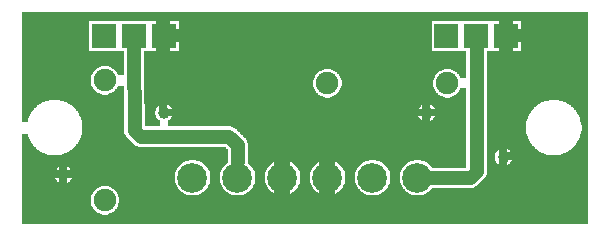
<source format=gbl>
G04 MADE WITH FRITZING*
G04 WWW.FRITZING.ORG*
G04 DOUBLE SIDED*
G04 HOLES PLATED*
G04 CONTOUR ON CENTER OF CONTOUR VECTOR*
%ASAXBY*%
%FSLAX23Y23*%
%MOIN*%
%OFA0B0*%
%SFA1.0B1.0*%
%ADD10C,0.075000*%
%ADD11C,0.039370*%
%ADD12C,0.078740*%
%ADD13C,0.099055*%
%ADD14R,0.078740X0.078740*%
%ADD15C,0.048000*%
%ADD16R,0.001000X0.001000*%
%LNCOPPER0*%
G90*
G70*
G54D10*
X1774Y671D03*
X1459Y511D03*
X1059Y511D03*
X317Y521D03*
X317Y121D03*
G54D11*
X179Y206D03*
X1646Y265D03*
X514Y413D03*
X1390Y413D03*
G54D12*
X1455Y669D03*
X1555Y669D03*
X1655Y669D03*
X314Y669D03*
X414Y669D03*
X514Y669D03*
G54D13*
X1359Y196D03*
X1209Y196D03*
X1059Y196D03*
X909Y196D03*
X759Y196D03*
X609Y196D03*
G54D14*
X1655Y669D03*
X1555Y669D03*
X1455Y669D03*
X514Y669D03*
X414Y669D03*
X314Y669D03*
G54D15*
X760Y304D02*
X760Y248D01*
D02*
X731Y333D02*
X760Y304D01*
D02*
X436Y333D02*
X731Y333D01*
D02*
X416Y353D02*
X436Y333D01*
D02*
X414Y627D02*
X416Y353D01*
D02*
X1537Y196D02*
X1557Y216D01*
D02*
X1557Y216D02*
X1556Y627D01*
D02*
X1411Y196D02*
X1537Y196D01*
G36*
X40Y747D02*
X40Y717D01*
X1704Y717D01*
X1704Y619D01*
X1590Y619D01*
X1590Y455D01*
X1830Y455D01*
X1830Y453D01*
X1838Y453D01*
X1838Y451D01*
X1844Y451D01*
X1844Y449D01*
X1850Y449D01*
X1850Y447D01*
X1854Y447D01*
X1854Y445D01*
X1858Y445D01*
X1858Y443D01*
X1860Y443D01*
X1860Y441D01*
X1864Y441D01*
X1864Y439D01*
X1868Y439D01*
X1868Y437D01*
X1870Y437D01*
X1870Y435D01*
X1872Y435D01*
X1872Y433D01*
X1874Y433D01*
X1874Y431D01*
X1876Y431D01*
X1876Y429D01*
X1878Y429D01*
X1878Y427D01*
X1880Y427D01*
X1880Y425D01*
X1882Y425D01*
X1882Y423D01*
X1884Y423D01*
X1884Y421D01*
X1886Y421D01*
X1886Y419D01*
X1888Y419D01*
X1888Y415D01*
X1890Y415D01*
X1890Y413D01*
X1892Y413D01*
X1892Y409D01*
X1894Y409D01*
X1894Y405D01*
X1896Y405D01*
X1896Y401D01*
X1898Y401D01*
X1898Y397D01*
X1900Y397D01*
X1900Y391D01*
X1902Y391D01*
X1902Y383D01*
X1904Y383D01*
X1904Y373D01*
X1906Y373D01*
X1906Y353D01*
X1904Y353D01*
X1904Y343D01*
X1902Y343D01*
X1902Y335D01*
X1900Y335D01*
X1900Y329D01*
X1898Y329D01*
X1898Y325D01*
X1896Y325D01*
X1896Y321D01*
X1894Y321D01*
X1894Y317D01*
X1892Y317D01*
X1892Y313D01*
X1890Y313D01*
X1890Y311D01*
X1888Y311D01*
X1888Y307D01*
X1886Y307D01*
X1886Y305D01*
X1884Y305D01*
X1884Y303D01*
X1882Y303D01*
X1882Y301D01*
X1880Y301D01*
X1880Y299D01*
X1878Y299D01*
X1878Y297D01*
X1876Y297D01*
X1876Y295D01*
X1874Y295D01*
X1874Y293D01*
X1872Y293D01*
X1872Y291D01*
X1870Y291D01*
X1870Y289D01*
X1868Y289D01*
X1868Y287D01*
X1864Y287D01*
X1864Y285D01*
X1860Y285D01*
X1860Y283D01*
X1858Y283D01*
X1858Y281D01*
X1854Y281D01*
X1854Y279D01*
X1850Y279D01*
X1850Y277D01*
X1844Y277D01*
X1844Y275D01*
X1838Y275D01*
X1838Y273D01*
X1830Y273D01*
X1830Y271D01*
X1928Y271D01*
X1928Y747D01*
X40Y747D01*
G37*
D02*
G36*
X40Y717D02*
X40Y567D01*
X330Y567D01*
X330Y565D01*
X336Y565D01*
X336Y563D01*
X340Y563D01*
X340Y561D01*
X342Y561D01*
X342Y559D01*
X346Y559D01*
X346Y557D01*
X348Y557D01*
X348Y555D01*
X350Y555D01*
X350Y553D01*
X352Y553D01*
X352Y551D01*
X354Y551D01*
X354Y549D01*
X356Y549D01*
X356Y545D01*
X358Y545D01*
X358Y541D01*
X360Y541D01*
X360Y537D01*
X380Y537D01*
X380Y619D01*
X264Y619D01*
X264Y717D01*
X40Y717D01*
G37*
D02*
G36*
X564Y717D02*
X564Y619D01*
X448Y619D01*
X448Y559D01*
X1462Y559D01*
X1462Y557D01*
X1472Y557D01*
X1472Y555D01*
X1478Y555D01*
X1478Y553D01*
X1482Y553D01*
X1482Y551D01*
X1484Y551D01*
X1484Y549D01*
X1488Y549D01*
X1488Y547D01*
X1490Y547D01*
X1490Y545D01*
X1492Y545D01*
X1492Y543D01*
X1494Y543D01*
X1494Y541D01*
X1496Y541D01*
X1496Y539D01*
X1498Y539D01*
X1498Y535D01*
X1500Y535D01*
X1500Y531D01*
X1502Y531D01*
X1502Y527D01*
X1522Y527D01*
X1522Y619D01*
X1406Y619D01*
X1406Y717D01*
X564Y717D01*
G37*
D02*
G36*
X40Y567D02*
X40Y473D01*
X308Y473D01*
X308Y475D01*
X300Y475D01*
X300Y477D01*
X296Y477D01*
X296Y479D01*
X292Y479D01*
X292Y481D01*
X290Y481D01*
X290Y483D01*
X286Y483D01*
X286Y485D01*
X284Y485D01*
X284Y487D01*
X282Y487D01*
X282Y489D01*
X280Y489D01*
X280Y493D01*
X278Y493D01*
X278Y495D01*
X276Y495D01*
X276Y499D01*
X274Y499D01*
X274Y503D01*
X272Y503D01*
X272Y509D01*
X270Y509D01*
X270Y533D01*
X272Y533D01*
X272Y539D01*
X274Y539D01*
X274Y543D01*
X276Y543D01*
X276Y547D01*
X278Y547D01*
X278Y549D01*
X280Y549D01*
X280Y551D01*
X282Y551D01*
X282Y553D01*
X284Y553D01*
X284Y555D01*
X286Y555D01*
X286Y557D01*
X288Y557D01*
X288Y559D01*
X290Y559D01*
X290Y561D01*
X294Y561D01*
X294Y563D01*
X298Y563D01*
X298Y565D01*
X304Y565D01*
X304Y567D01*
X40Y567D01*
G37*
D02*
G36*
X448Y559D02*
X448Y463D01*
X1050Y463D01*
X1050Y465D01*
X1044Y465D01*
X1044Y467D01*
X1038Y467D01*
X1038Y469D01*
X1034Y469D01*
X1034Y471D01*
X1032Y471D01*
X1032Y473D01*
X1028Y473D01*
X1028Y475D01*
X1026Y475D01*
X1026Y477D01*
X1024Y477D01*
X1024Y479D01*
X1022Y479D01*
X1022Y481D01*
X1020Y481D01*
X1020Y485D01*
X1018Y485D01*
X1018Y489D01*
X1016Y489D01*
X1016Y491D01*
X1014Y491D01*
X1014Y499D01*
X1012Y499D01*
X1012Y523D01*
X1014Y523D01*
X1014Y529D01*
X1016Y529D01*
X1016Y533D01*
X1018Y533D01*
X1018Y537D01*
X1020Y537D01*
X1020Y539D01*
X1022Y539D01*
X1022Y541D01*
X1024Y541D01*
X1024Y545D01*
X1028Y545D01*
X1028Y547D01*
X1030Y547D01*
X1030Y549D01*
X1032Y549D01*
X1032Y551D01*
X1036Y551D01*
X1036Y553D01*
X1040Y553D01*
X1040Y555D01*
X1046Y555D01*
X1046Y557D01*
X1056Y557D01*
X1056Y559D01*
X448Y559D01*
G37*
D02*
G36*
X1062Y559D02*
X1062Y557D01*
X1072Y557D01*
X1072Y555D01*
X1078Y555D01*
X1078Y553D01*
X1082Y553D01*
X1082Y551D01*
X1084Y551D01*
X1084Y549D01*
X1088Y549D01*
X1088Y547D01*
X1090Y547D01*
X1090Y545D01*
X1092Y545D01*
X1092Y543D01*
X1094Y543D01*
X1094Y541D01*
X1096Y541D01*
X1096Y539D01*
X1098Y539D01*
X1098Y535D01*
X1100Y535D01*
X1100Y531D01*
X1102Y531D01*
X1102Y527D01*
X1104Y527D01*
X1104Y521D01*
X1106Y521D01*
X1106Y501D01*
X1104Y501D01*
X1104Y495D01*
X1102Y495D01*
X1102Y489D01*
X1100Y489D01*
X1100Y487D01*
X1098Y487D01*
X1098Y483D01*
X1096Y483D01*
X1096Y481D01*
X1094Y481D01*
X1094Y479D01*
X1092Y479D01*
X1092Y477D01*
X1090Y477D01*
X1090Y475D01*
X1088Y475D01*
X1088Y473D01*
X1086Y473D01*
X1086Y471D01*
X1082Y471D01*
X1082Y469D01*
X1080Y469D01*
X1080Y467D01*
X1074Y467D01*
X1074Y465D01*
X1066Y465D01*
X1066Y463D01*
X1450Y463D01*
X1450Y465D01*
X1444Y465D01*
X1444Y467D01*
X1438Y467D01*
X1438Y469D01*
X1434Y469D01*
X1434Y471D01*
X1432Y471D01*
X1432Y473D01*
X1428Y473D01*
X1428Y475D01*
X1426Y475D01*
X1426Y477D01*
X1424Y477D01*
X1424Y479D01*
X1422Y479D01*
X1422Y481D01*
X1420Y481D01*
X1420Y485D01*
X1418Y485D01*
X1418Y489D01*
X1416Y489D01*
X1416Y491D01*
X1414Y491D01*
X1414Y499D01*
X1412Y499D01*
X1412Y523D01*
X1414Y523D01*
X1414Y529D01*
X1416Y529D01*
X1416Y533D01*
X1418Y533D01*
X1418Y537D01*
X1420Y537D01*
X1420Y539D01*
X1422Y539D01*
X1422Y541D01*
X1424Y541D01*
X1424Y545D01*
X1428Y545D01*
X1428Y547D01*
X1430Y547D01*
X1430Y549D01*
X1432Y549D01*
X1432Y551D01*
X1436Y551D01*
X1436Y553D01*
X1440Y553D01*
X1440Y555D01*
X1446Y555D01*
X1446Y557D01*
X1456Y557D01*
X1456Y559D01*
X1062Y559D01*
G37*
D02*
G36*
X360Y503D02*
X360Y499D01*
X358Y499D01*
X358Y495D01*
X356Y495D01*
X356Y493D01*
X354Y493D01*
X354Y491D01*
X352Y491D01*
X352Y487D01*
X350Y487D01*
X350Y485D01*
X346Y485D01*
X346Y483D01*
X344Y483D01*
X344Y481D01*
X342Y481D01*
X342Y479D01*
X338Y479D01*
X338Y477D01*
X332Y477D01*
X332Y475D01*
X326Y475D01*
X326Y473D01*
X380Y473D01*
X380Y503D01*
X360Y503D01*
G37*
D02*
G36*
X1502Y495D02*
X1502Y489D01*
X1500Y489D01*
X1500Y487D01*
X1498Y487D01*
X1498Y483D01*
X1496Y483D01*
X1496Y481D01*
X1494Y481D01*
X1494Y479D01*
X1492Y479D01*
X1492Y477D01*
X1490Y477D01*
X1490Y475D01*
X1488Y475D01*
X1488Y473D01*
X1486Y473D01*
X1486Y471D01*
X1482Y471D01*
X1482Y469D01*
X1480Y469D01*
X1480Y467D01*
X1474Y467D01*
X1474Y465D01*
X1466Y465D01*
X1466Y463D01*
X1522Y463D01*
X1522Y495D01*
X1502Y495D01*
G37*
D02*
G36*
X40Y473D02*
X40Y471D01*
X380Y471D01*
X380Y473D01*
X40Y473D01*
G37*
D02*
G36*
X40Y473D02*
X40Y471D01*
X380Y471D01*
X380Y473D01*
X40Y473D01*
G37*
D02*
G36*
X40Y471D02*
X40Y455D01*
X166Y455D01*
X166Y453D01*
X174Y453D01*
X174Y451D01*
X180Y451D01*
X180Y449D01*
X186Y449D01*
X186Y447D01*
X190Y447D01*
X190Y445D01*
X194Y445D01*
X194Y443D01*
X198Y443D01*
X198Y441D01*
X200Y441D01*
X200Y439D01*
X204Y439D01*
X204Y437D01*
X206Y437D01*
X206Y435D01*
X210Y435D01*
X210Y433D01*
X212Y433D01*
X212Y431D01*
X214Y431D01*
X214Y429D01*
X216Y429D01*
X216Y427D01*
X218Y427D01*
X218Y425D01*
X220Y425D01*
X220Y421D01*
X222Y421D01*
X222Y419D01*
X224Y419D01*
X224Y417D01*
X226Y417D01*
X226Y413D01*
X228Y413D01*
X228Y411D01*
X230Y411D01*
X230Y407D01*
X232Y407D01*
X232Y403D01*
X234Y403D01*
X234Y399D01*
X236Y399D01*
X236Y393D01*
X238Y393D01*
X238Y387D01*
X240Y387D01*
X240Y377D01*
X242Y377D01*
X242Y349D01*
X240Y349D01*
X240Y339D01*
X238Y339D01*
X238Y333D01*
X236Y333D01*
X236Y327D01*
X234Y327D01*
X234Y323D01*
X232Y323D01*
X232Y319D01*
X230Y319D01*
X230Y315D01*
X228Y315D01*
X228Y313D01*
X226Y313D01*
X226Y309D01*
X224Y309D01*
X224Y307D01*
X222Y307D01*
X222Y305D01*
X220Y305D01*
X220Y301D01*
X218Y301D01*
X218Y299D01*
X216Y299D01*
X216Y297D01*
X214Y297D01*
X214Y295D01*
X212Y295D01*
X212Y293D01*
X208Y293D01*
X208Y291D01*
X206Y291D01*
X206Y289D01*
X204Y289D01*
X204Y287D01*
X200Y287D01*
X200Y285D01*
X198Y285D01*
X198Y283D01*
X194Y283D01*
X194Y281D01*
X190Y281D01*
X190Y279D01*
X186Y279D01*
X186Y277D01*
X180Y277D01*
X180Y275D01*
X174Y275D01*
X174Y273D01*
X166Y273D01*
X166Y271D01*
X726Y271D01*
X726Y291D01*
X724Y291D01*
X724Y293D01*
X722Y293D01*
X722Y295D01*
X720Y295D01*
X720Y297D01*
X718Y297D01*
X718Y299D01*
X428Y299D01*
X428Y301D01*
X422Y301D01*
X422Y303D01*
X418Y303D01*
X418Y305D01*
X414Y305D01*
X414Y307D01*
X412Y307D01*
X412Y309D01*
X410Y309D01*
X410Y311D01*
X408Y311D01*
X408Y313D01*
X406Y313D01*
X406Y315D01*
X404Y315D01*
X404Y317D01*
X402Y317D01*
X402Y319D01*
X400Y319D01*
X400Y321D01*
X398Y321D01*
X398Y323D01*
X396Y323D01*
X396Y325D01*
X394Y325D01*
X394Y327D01*
X392Y327D01*
X392Y329D01*
X390Y329D01*
X390Y331D01*
X388Y331D01*
X388Y335D01*
X386Y335D01*
X386Y339D01*
X384Y339D01*
X384Y343D01*
X382Y343D01*
X382Y439D01*
X380Y439D01*
X380Y471D01*
X40Y471D01*
G37*
D02*
G36*
X448Y463D02*
X448Y461D01*
X1522Y461D01*
X1522Y463D01*
X448Y463D01*
G37*
D02*
G36*
X448Y463D02*
X448Y461D01*
X1522Y461D01*
X1522Y463D01*
X448Y463D01*
G37*
D02*
G36*
X448Y463D02*
X448Y461D01*
X1522Y461D01*
X1522Y463D01*
X448Y463D01*
G37*
D02*
G36*
X448Y461D02*
X448Y441D01*
X1400Y441D01*
X1400Y439D01*
X1404Y439D01*
X1404Y437D01*
X1408Y437D01*
X1408Y435D01*
X1410Y435D01*
X1410Y433D01*
X1412Y433D01*
X1412Y431D01*
X1414Y431D01*
X1414Y427D01*
X1416Y427D01*
X1416Y423D01*
X1418Y423D01*
X1418Y415D01*
X1420Y415D01*
X1420Y409D01*
X1418Y409D01*
X1418Y401D01*
X1416Y401D01*
X1416Y397D01*
X1414Y397D01*
X1414Y395D01*
X1412Y395D01*
X1412Y391D01*
X1410Y391D01*
X1410Y389D01*
X1406Y389D01*
X1406Y387D01*
X1404Y387D01*
X1404Y385D01*
X1398Y385D01*
X1398Y383D01*
X1522Y383D01*
X1522Y461D01*
X448Y461D01*
G37*
D02*
G36*
X40Y455D02*
X40Y383D01*
X60Y383D01*
X60Y389D01*
X62Y389D01*
X62Y395D01*
X64Y395D01*
X64Y401D01*
X66Y401D01*
X66Y405D01*
X68Y405D01*
X68Y409D01*
X70Y409D01*
X70Y411D01*
X72Y411D01*
X72Y415D01*
X74Y415D01*
X74Y417D01*
X76Y417D01*
X76Y421D01*
X78Y421D01*
X78Y423D01*
X80Y423D01*
X80Y425D01*
X82Y425D01*
X82Y427D01*
X84Y427D01*
X84Y429D01*
X86Y429D01*
X86Y431D01*
X88Y431D01*
X88Y433D01*
X90Y433D01*
X90Y435D01*
X92Y435D01*
X92Y437D01*
X96Y437D01*
X96Y439D01*
X98Y439D01*
X98Y441D01*
X102Y441D01*
X102Y443D01*
X104Y443D01*
X104Y445D01*
X108Y445D01*
X108Y447D01*
X114Y447D01*
X114Y449D01*
X118Y449D01*
X118Y451D01*
X124Y451D01*
X124Y453D01*
X132Y453D01*
X132Y455D01*
X40Y455D01*
G37*
D02*
G36*
X1590Y455D02*
X1590Y295D01*
X1648Y295D01*
X1648Y293D01*
X1656Y293D01*
X1656Y291D01*
X1660Y291D01*
X1660Y289D01*
X1664Y289D01*
X1664Y287D01*
X1666Y287D01*
X1666Y285D01*
X1668Y285D01*
X1668Y283D01*
X1670Y283D01*
X1670Y279D01*
X1672Y279D01*
X1672Y275D01*
X1674Y275D01*
X1674Y271D01*
X1796Y271D01*
X1796Y273D01*
X1788Y273D01*
X1788Y275D01*
X1782Y275D01*
X1782Y277D01*
X1776Y277D01*
X1776Y279D01*
X1772Y279D01*
X1772Y281D01*
X1768Y281D01*
X1768Y283D01*
X1764Y283D01*
X1764Y285D01*
X1762Y285D01*
X1762Y287D01*
X1758Y287D01*
X1758Y289D01*
X1756Y289D01*
X1756Y291D01*
X1754Y291D01*
X1754Y293D01*
X1752Y293D01*
X1752Y295D01*
X1750Y295D01*
X1750Y297D01*
X1746Y297D01*
X1746Y301D01*
X1744Y301D01*
X1744Y303D01*
X1742Y303D01*
X1742Y305D01*
X1740Y305D01*
X1740Y307D01*
X1738Y307D01*
X1738Y311D01*
X1736Y311D01*
X1736Y313D01*
X1734Y313D01*
X1734Y317D01*
X1732Y317D01*
X1732Y321D01*
X1730Y321D01*
X1730Y325D01*
X1728Y325D01*
X1728Y329D01*
X1726Y329D01*
X1726Y335D01*
X1724Y335D01*
X1724Y341D01*
X1722Y341D01*
X1722Y351D01*
X1720Y351D01*
X1720Y375D01*
X1722Y375D01*
X1722Y385D01*
X1724Y385D01*
X1724Y391D01*
X1726Y391D01*
X1726Y397D01*
X1728Y397D01*
X1728Y401D01*
X1730Y401D01*
X1730Y405D01*
X1732Y405D01*
X1732Y409D01*
X1734Y409D01*
X1734Y413D01*
X1736Y413D01*
X1736Y415D01*
X1738Y415D01*
X1738Y419D01*
X1740Y419D01*
X1740Y421D01*
X1742Y421D01*
X1742Y423D01*
X1744Y423D01*
X1744Y425D01*
X1746Y425D01*
X1746Y429D01*
X1748Y429D01*
X1748Y431D01*
X1752Y431D01*
X1752Y433D01*
X1754Y433D01*
X1754Y435D01*
X1756Y435D01*
X1756Y437D01*
X1758Y437D01*
X1758Y439D01*
X1762Y439D01*
X1762Y441D01*
X1764Y441D01*
X1764Y443D01*
X1768Y443D01*
X1768Y445D01*
X1772Y445D01*
X1772Y447D01*
X1776Y447D01*
X1776Y449D01*
X1782Y449D01*
X1782Y451D01*
X1788Y451D01*
X1788Y453D01*
X1796Y453D01*
X1796Y455D01*
X1590Y455D01*
G37*
D02*
G36*
X450Y441D02*
X450Y367D01*
X500Y367D01*
X500Y387D01*
X496Y387D01*
X496Y389D01*
X494Y389D01*
X494Y391D01*
X492Y391D01*
X492Y393D01*
X490Y393D01*
X490Y395D01*
X488Y395D01*
X488Y399D01*
X486Y399D01*
X486Y405D01*
X484Y405D01*
X484Y419D01*
X486Y419D01*
X486Y425D01*
X488Y425D01*
X488Y429D01*
X490Y429D01*
X490Y431D01*
X492Y431D01*
X492Y433D01*
X494Y433D01*
X494Y435D01*
X496Y435D01*
X496Y437D01*
X500Y437D01*
X500Y439D01*
X504Y439D01*
X504Y441D01*
X450Y441D01*
G37*
D02*
G36*
X524Y441D02*
X524Y439D01*
X528Y439D01*
X528Y437D01*
X532Y437D01*
X532Y435D01*
X534Y435D01*
X534Y433D01*
X536Y433D01*
X536Y431D01*
X538Y431D01*
X538Y427D01*
X540Y427D01*
X540Y423D01*
X542Y423D01*
X542Y415D01*
X544Y415D01*
X544Y409D01*
X542Y409D01*
X542Y401D01*
X540Y401D01*
X540Y397D01*
X538Y397D01*
X538Y395D01*
X536Y395D01*
X536Y391D01*
X534Y391D01*
X534Y389D01*
X530Y389D01*
X530Y387D01*
X528Y387D01*
X528Y383D01*
X1382Y383D01*
X1382Y385D01*
X1376Y385D01*
X1376Y387D01*
X1372Y387D01*
X1372Y389D01*
X1370Y389D01*
X1370Y391D01*
X1368Y391D01*
X1368Y393D01*
X1366Y393D01*
X1366Y395D01*
X1364Y395D01*
X1364Y399D01*
X1362Y399D01*
X1362Y405D01*
X1360Y405D01*
X1360Y419D01*
X1362Y419D01*
X1362Y425D01*
X1364Y425D01*
X1364Y429D01*
X1366Y429D01*
X1366Y431D01*
X1368Y431D01*
X1368Y433D01*
X1370Y433D01*
X1370Y435D01*
X1372Y435D01*
X1372Y437D01*
X1376Y437D01*
X1376Y439D01*
X1380Y439D01*
X1380Y441D01*
X524Y441D01*
G37*
D02*
G36*
X528Y383D02*
X528Y381D01*
X1522Y381D01*
X1522Y383D01*
X528Y383D01*
G37*
D02*
G36*
X528Y383D02*
X528Y381D01*
X1522Y381D01*
X1522Y383D01*
X528Y383D01*
G37*
D02*
G36*
X528Y381D02*
X528Y367D01*
X738Y367D01*
X738Y365D01*
X744Y365D01*
X744Y363D01*
X748Y363D01*
X748Y361D01*
X752Y361D01*
X752Y359D01*
X754Y359D01*
X754Y357D01*
X756Y357D01*
X756Y355D01*
X758Y355D01*
X758Y353D01*
X760Y353D01*
X760Y351D01*
X762Y351D01*
X762Y349D01*
X764Y349D01*
X764Y347D01*
X766Y347D01*
X766Y345D01*
X768Y345D01*
X768Y343D01*
X770Y343D01*
X770Y341D01*
X772Y341D01*
X772Y339D01*
X774Y339D01*
X774Y337D01*
X776Y337D01*
X776Y335D01*
X778Y335D01*
X778Y333D01*
X780Y333D01*
X780Y331D01*
X782Y331D01*
X782Y329D01*
X784Y329D01*
X784Y327D01*
X786Y327D01*
X786Y325D01*
X788Y325D01*
X788Y321D01*
X790Y321D01*
X790Y317D01*
X792Y317D01*
X792Y311D01*
X794Y311D01*
X794Y255D01*
X1370Y255D01*
X1370Y253D01*
X1378Y253D01*
X1378Y251D01*
X1384Y251D01*
X1384Y249D01*
X1388Y249D01*
X1388Y247D01*
X1390Y247D01*
X1390Y245D01*
X1394Y245D01*
X1394Y243D01*
X1396Y243D01*
X1396Y241D01*
X1398Y241D01*
X1398Y239D01*
X1402Y239D01*
X1402Y235D01*
X1404Y235D01*
X1404Y233D01*
X1406Y233D01*
X1406Y231D01*
X1408Y231D01*
X1408Y229D01*
X1522Y229D01*
X1522Y381D01*
X528Y381D01*
G37*
D02*
G36*
X40Y343D02*
X40Y271D01*
X132Y271D01*
X132Y273D01*
X124Y273D01*
X124Y275D01*
X118Y275D01*
X118Y277D01*
X114Y277D01*
X114Y279D01*
X108Y279D01*
X108Y281D01*
X104Y281D01*
X104Y283D01*
X102Y283D01*
X102Y285D01*
X98Y285D01*
X98Y287D01*
X96Y287D01*
X96Y289D01*
X92Y289D01*
X92Y291D01*
X90Y291D01*
X90Y293D01*
X88Y293D01*
X88Y295D01*
X86Y295D01*
X86Y297D01*
X84Y297D01*
X84Y299D01*
X82Y299D01*
X82Y301D01*
X80Y301D01*
X80Y303D01*
X78Y303D01*
X78Y305D01*
X76Y305D01*
X76Y309D01*
X74Y309D01*
X74Y311D01*
X72Y311D01*
X72Y315D01*
X70Y315D01*
X70Y317D01*
X68Y317D01*
X68Y321D01*
X66Y321D01*
X66Y325D01*
X64Y325D01*
X64Y331D01*
X62Y331D01*
X62Y337D01*
X60Y337D01*
X60Y343D01*
X40Y343D01*
G37*
D02*
G36*
X1590Y295D02*
X1590Y235D01*
X1638Y235D01*
X1638Y237D01*
X1632Y237D01*
X1632Y239D01*
X1630Y239D01*
X1630Y241D01*
X1626Y241D01*
X1626Y243D01*
X1624Y243D01*
X1624Y245D01*
X1622Y245D01*
X1622Y249D01*
X1620Y249D01*
X1620Y251D01*
X1618Y251D01*
X1618Y257D01*
X1616Y257D01*
X1616Y273D01*
X1618Y273D01*
X1618Y277D01*
X1620Y277D01*
X1620Y281D01*
X1622Y281D01*
X1622Y283D01*
X1624Y283D01*
X1624Y285D01*
X1626Y285D01*
X1626Y287D01*
X1628Y287D01*
X1628Y289D01*
X1630Y289D01*
X1630Y291D01*
X1634Y291D01*
X1634Y293D01*
X1644Y293D01*
X1644Y295D01*
X1590Y295D01*
G37*
D02*
G36*
X40Y271D02*
X40Y269D01*
X726Y269D01*
X726Y271D01*
X40Y271D01*
G37*
D02*
G36*
X40Y271D02*
X40Y269D01*
X726Y269D01*
X726Y271D01*
X40Y271D01*
G37*
D02*
G36*
X1674Y271D02*
X1674Y269D01*
X1928Y269D01*
X1928Y271D01*
X1674Y271D01*
G37*
D02*
G36*
X1674Y271D02*
X1674Y269D01*
X1928Y269D01*
X1928Y271D01*
X1674Y271D01*
G37*
D02*
G36*
X40Y269D02*
X40Y255D01*
X620Y255D01*
X620Y253D01*
X628Y253D01*
X628Y251D01*
X634Y251D01*
X634Y249D01*
X638Y249D01*
X638Y247D01*
X640Y247D01*
X640Y245D01*
X644Y245D01*
X644Y243D01*
X646Y243D01*
X646Y241D01*
X648Y241D01*
X648Y239D01*
X652Y239D01*
X652Y235D01*
X654Y235D01*
X654Y233D01*
X656Y233D01*
X656Y231D01*
X658Y231D01*
X658Y229D01*
X660Y229D01*
X660Y225D01*
X662Y225D01*
X662Y221D01*
X664Y221D01*
X664Y217D01*
X666Y217D01*
X666Y209D01*
X668Y209D01*
X668Y181D01*
X666Y181D01*
X666Y175D01*
X664Y175D01*
X664Y171D01*
X662Y171D01*
X662Y167D01*
X660Y167D01*
X660Y163D01*
X658Y163D01*
X658Y161D01*
X656Y161D01*
X656Y157D01*
X654Y157D01*
X654Y155D01*
X652Y155D01*
X652Y153D01*
X650Y153D01*
X650Y151D01*
X648Y151D01*
X648Y149D01*
X644Y149D01*
X644Y147D01*
X642Y147D01*
X642Y145D01*
X638Y145D01*
X638Y143D01*
X634Y143D01*
X634Y141D01*
X630Y141D01*
X630Y139D01*
X624Y139D01*
X624Y137D01*
X746Y137D01*
X746Y139D01*
X738Y139D01*
X738Y141D01*
X734Y141D01*
X734Y143D01*
X730Y143D01*
X730Y145D01*
X726Y145D01*
X726Y147D01*
X724Y147D01*
X724Y149D01*
X722Y149D01*
X722Y151D01*
X718Y151D01*
X718Y153D01*
X716Y153D01*
X716Y155D01*
X714Y155D01*
X714Y159D01*
X712Y159D01*
X712Y161D01*
X710Y161D01*
X710Y165D01*
X708Y165D01*
X708Y167D01*
X706Y167D01*
X706Y171D01*
X704Y171D01*
X704Y177D01*
X702Y177D01*
X702Y183D01*
X700Y183D01*
X700Y207D01*
X702Y207D01*
X702Y215D01*
X704Y215D01*
X704Y221D01*
X706Y221D01*
X706Y225D01*
X708Y225D01*
X708Y227D01*
X710Y227D01*
X710Y231D01*
X712Y231D01*
X712Y233D01*
X714Y233D01*
X714Y235D01*
X716Y235D01*
X716Y237D01*
X718Y237D01*
X718Y239D01*
X720Y239D01*
X720Y241D01*
X722Y241D01*
X722Y243D01*
X724Y243D01*
X724Y245D01*
X726Y245D01*
X726Y269D01*
X40Y269D01*
G37*
D02*
G36*
X1674Y269D02*
X1674Y267D01*
X1676Y267D01*
X1676Y263D01*
X1674Y263D01*
X1674Y253D01*
X1672Y253D01*
X1672Y249D01*
X1670Y249D01*
X1670Y247D01*
X1668Y247D01*
X1668Y245D01*
X1666Y245D01*
X1666Y243D01*
X1664Y243D01*
X1664Y241D01*
X1662Y241D01*
X1662Y239D01*
X1658Y239D01*
X1658Y237D01*
X1652Y237D01*
X1652Y235D01*
X1928Y235D01*
X1928Y269D01*
X1674Y269D01*
G37*
D02*
G36*
X40Y255D02*
X40Y235D01*
X186Y235D01*
X186Y233D01*
X192Y233D01*
X192Y231D01*
X196Y231D01*
X196Y229D01*
X198Y229D01*
X198Y227D01*
X200Y227D01*
X200Y225D01*
X202Y225D01*
X202Y223D01*
X204Y223D01*
X204Y219D01*
X206Y219D01*
X206Y215D01*
X208Y215D01*
X208Y197D01*
X206Y197D01*
X206Y191D01*
X204Y191D01*
X204Y189D01*
X202Y189D01*
X202Y185D01*
X200Y185D01*
X200Y183D01*
X196Y183D01*
X196Y181D01*
X194Y181D01*
X194Y179D01*
X190Y179D01*
X190Y177D01*
X180Y177D01*
X180Y175D01*
X554Y175D01*
X554Y177D01*
X552Y177D01*
X552Y183D01*
X550Y183D01*
X550Y207D01*
X552Y207D01*
X552Y215D01*
X554Y215D01*
X554Y221D01*
X556Y221D01*
X556Y225D01*
X558Y225D01*
X558Y227D01*
X560Y227D01*
X560Y231D01*
X562Y231D01*
X562Y233D01*
X564Y233D01*
X564Y235D01*
X566Y235D01*
X566Y237D01*
X568Y237D01*
X568Y239D01*
X570Y239D01*
X570Y241D01*
X572Y241D01*
X572Y243D01*
X574Y243D01*
X574Y245D01*
X578Y245D01*
X578Y247D01*
X580Y247D01*
X580Y249D01*
X584Y249D01*
X584Y251D01*
X590Y251D01*
X590Y253D01*
X598Y253D01*
X598Y255D01*
X40Y255D01*
G37*
D02*
G36*
X794Y255D02*
X794Y243D01*
X796Y243D01*
X796Y241D01*
X798Y241D01*
X798Y239D01*
X802Y239D01*
X802Y235D01*
X804Y235D01*
X804Y233D01*
X806Y233D01*
X806Y231D01*
X808Y231D01*
X808Y229D01*
X810Y229D01*
X810Y225D01*
X812Y225D01*
X812Y221D01*
X814Y221D01*
X814Y217D01*
X816Y217D01*
X816Y209D01*
X818Y209D01*
X818Y181D01*
X816Y181D01*
X816Y175D01*
X814Y175D01*
X814Y171D01*
X812Y171D01*
X812Y167D01*
X810Y167D01*
X810Y163D01*
X808Y163D01*
X808Y161D01*
X806Y161D01*
X806Y157D01*
X804Y157D01*
X804Y155D01*
X802Y155D01*
X802Y153D01*
X800Y153D01*
X800Y151D01*
X798Y151D01*
X798Y149D01*
X794Y149D01*
X794Y147D01*
X792Y147D01*
X792Y145D01*
X788Y145D01*
X788Y143D01*
X784Y143D01*
X784Y141D01*
X780Y141D01*
X780Y139D01*
X774Y139D01*
X774Y137D01*
X896Y137D01*
X896Y139D01*
X888Y139D01*
X888Y141D01*
X884Y141D01*
X884Y143D01*
X880Y143D01*
X880Y145D01*
X876Y145D01*
X876Y147D01*
X874Y147D01*
X874Y149D01*
X872Y149D01*
X872Y151D01*
X868Y151D01*
X868Y153D01*
X866Y153D01*
X866Y155D01*
X864Y155D01*
X864Y159D01*
X862Y159D01*
X862Y161D01*
X860Y161D01*
X860Y165D01*
X858Y165D01*
X858Y167D01*
X856Y167D01*
X856Y171D01*
X854Y171D01*
X854Y177D01*
X852Y177D01*
X852Y183D01*
X850Y183D01*
X850Y207D01*
X852Y207D01*
X852Y215D01*
X854Y215D01*
X854Y221D01*
X856Y221D01*
X856Y225D01*
X858Y225D01*
X858Y227D01*
X860Y227D01*
X860Y231D01*
X862Y231D01*
X862Y233D01*
X864Y233D01*
X864Y235D01*
X866Y235D01*
X866Y237D01*
X868Y237D01*
X868Y239D01*
X870Y239D01*
X870Y241D01*
X872Y241D01*
X872Y243D01*
X874Y243D01*
X874Y245D01*
X878Y245D01*
X878Y247D01*
X880Y247D01*
X880Y249D01*
X884Y249D01*
X884Y251D01*
X890Y251D01*
X890Y253D01*
X898Y253D01*
X898Y255D01*
X794Y255D01*
G37*
D02*
G36*
X920Y255D02*
X920Y253D01*
X928Y253D01*
X928Y251D01*
X934Y251D01*
X934Y249D01*
X938Y249D01*
X938Y247D01*
X940Y247D01*
X940Y245D01*
X944Y245D01*
X944Y243D01*
X946Y243D01*
X946Y241D01*
X948Y241D01*
X948Y239D01*
X952Y239D01*
X952Y235D01*
X954Y235D01*
X954Y233D01*
X956Y233D01*
X956Y231D01*
X958Y231D01*
X958Y229D01*
X960Y229D01*
X960Y225D01*
X962Y225D01*
X962Y221D01*
X964Y221D01*
X964Y217D01*
X966Y217D01*
X966Y209D01*
X968Y209D01*
X968Y181D01*
X966Y181D01*
X966Y175D01*
X964Y175D01*
X964Y171D01*
X962Y171D01*
X962Y167D01*
X960Y167D01*
X960Y163D01*
X958Y163D01*
X958Y161D01*
X956Y161D01*
X956Y157D01*
X954Y157D01*
X954Y155D01*
X952Y155D01*
X952Y153D01*
X950Y153D01*
X950Y151D01*
X948Y151D01*
X948Y149D01*
X944Y149D01*
X944Y147D01*
X942Y147D01*
X942Y145D01*
X938Y145D01*
X938Y143D01*
X934Y143D01*
X934Y141D01*
X930Y141D01*
X930Y139D01*
X924Y139D01*
X924Y137D01*
X1046Y137D01*
X1046Y139D01*
X1038Y139D01*
X1038Y141D01*
X1034Y141D01*
X1034Y143D01*
X1030Y143D01*
X1030Y145D01*
X1026Y145D01*
X1026Y147D01*
X1024Y147D01*
X1024Y149D01*
X1022Y149D01*
X1022Y151D01*
X1018Y151D01*
X1018Y153D01*
X1016Y153D01*
X1016Y155D01*
X1014Y155D01*
X1014Y159D01*
X1012Y159D01*
X1012Y161D01*
X1010Y161D01*
X1010Y165D01*
X1008Y165D01*
X1008Y167D01*
X1006Y167D01*
X1006Y171D01*
X1004Y171D01*
X1004Y177D01*
X1002Y177D01*
X1002Y183D01*
X1000Y183D01*
X1000Y207D01*
X1002Y207D01*
X1002Y215D01*
X1004Y215D01*
X1004Y221D01*
X1006Y221D01*
X1006Y225D01*
X1008Y225D01*
X1008Y227D01*
X1010Y227D01*
X1010Y231D01*
X1012Y231D01*
X1012Y233D01*
X1014Y233D01*
X1014Y235D01*
X1016Y235D01*
X1016Y237D01*
X1018Y237D01*
X1018Y239D01*
X1020Y239D01*
X1020Y241D01*
X1022Y241D01*
X1022Y243D01*
X1024Y243D01*
X1024Y245D01*
X1028Y245D01*
X1028Y247D01*
X1030Y247D01*
X1030Y249D01*
X1034Y249D01*
X1034Y251D01*
X1040Y251D01*
X1040Y253D01*
X1048Y253D01*
X1048Y255D01*
X920Y255D01*
G37*
D02*
G36*
X1070Y255D02*
X1070Y253D01*
X1078Y253D01*
X1078Y251D01*
X1084Y251D01*
X1084Y249D01*
X1088Y249D01*
X1088Y247D01*
X1090Y247D01*
X1090Y245D01*
X1094Y245D01*
X1094Y243D01*
X1096Y243D01*
X1096Y241D01*
X1098Y241D01*
X1098Y239D01*
X1102Y239D01*
X1102Y235D01*
X1104Y235D01*
X1104Y233D01*
X1106Y233D01*
X1106Y231D01*
X1108Y231D01*
X1108Y229D01*
X1110Y229D01*
X1110Y225D01*
X1112Y225D01*
X1112Y221D01*
X1114Y221D01*
X1114Y217D01*
X1116Y217D01*
X1116Y209D01*
X1118Y209D01*
X1118Y181D01*
X1116Y181D01*
X1116Y175D01*
X1114Y175D01*
X1114Y171D01*
X1112Y171D01*
X1112Y167D01*
X1110Y167D01*
X1110Y163D01*
X1108Y163D01*
X1108Y161D01*
X1106Y161D01*
X1106Y157D01*
X1104Y157D01*
X1104Y155D01*
X1102Y155D01*
X1102Y153D01*
X1100Y153D01*
X1100Y151D01*
X1098Y151D01*
X1098Y149D01*
X1094Y149D01*
X1094Y147D01*
X1092Y147D01*
X1092Y145D01*
X1088Y145D01*
X1088Y143D01*
X1084Y143D01*
X1084Y141D01*
X1080Y141D01*
X1080Y139D01*
X1074Y139D01*
X1074Y137D01*
X1196Y137D01*
X1196Y139D01*
X1188Y139D01*
X1188Y141D01*
X1184Y141D01*
X1184Y143D01*
X1180Y143D01*
X1180Y145D01*
X1176Y145D01*
X1176Y147D01*
X1174Y147D01*
X1174Y149D01*
X1172Y149D01*
X1172Y151D01*
X1168Y151D01*
X1168Y153D01*
X1166Y153D01*
X1166Y157D01*
X1164Y157D01*
X1164Y159D01*
X1162Y159D01*
X1162Y161D01*
X1160Y161D01*
X1160Y165D01*
X1158Y165D01*
X1158Y167D01*
X1156Y167D01*
X1156Y171D01*
X1154Y171D01*
X1154Y177D01*
X1152Y177D01*
X1152Y183D01*
X1150Y183D01*
X1150Y207D01*
X1152Y207D01*
X1152Y215D01*
X1154Y215D01*
X1154Y221D01*
X1156Y221D01*
X1156Y225D01*
X1158Y225D01*
X1158Y227D01*
X1160Y227D01*
X1160Y231D01*
X1162Y231D01*
X1162Y233D01*
X1164Y233D01*
X1164Y235D01*
X1166Y235D01*
X1166Y237D01*
X1168Y237D01*
X1168Y239D01*
X1170Y239D01*
X1170Y241D01*
X1172Y241D01*
X1172Y243D01*
X1174Y243D01*
X1174Y245D01*
X1178Y245D01*
X1178Y247D01*
X1180Y247D01*
X1180Y249D01*
X1184Y249D01*
X1184Y251D01*
X1190Y251D01*
X1190Y253D01*
X1198Y253D01*
X1198Y255D01*
X1070Y255D01*
G37*
D02*
G36*
X1220Y255D02*
X1220Y253D01*
X1228Y253D01*
X1228Y251D01*
X1234Y251D01*
X1234Y249D01*
X1238Y249D01*
X1238Y247D01*
X1240Y247D01*
X1240Y245D01*
X1244Y245D01*
X1244Y243D01*
X1246Y243D01*
X1246Y241D01*
X1248Y241D01*
X1248Y239D01*
X1252Y239D01*
X1252Y235D01*
X1254Y235D01*
X1254Y233D01*
X1256Y233D01*
X1256Y231D01*
X1258Y231D01*
X1258Y229D01*
X1260Y229D01*
X1260Y225D01*
X1262Y225D01*
X1262Y221D01*
X1264Y221D01*
X1264Y217D01*
X1266Y217D01*
X1266Y209D01*
X1268Y209D01*
X1268Y181D01*
X1266Y181D01*
X1266Y175D01*
X1264Y175D01*
X1264Y171D01*
X1262Y171D01*
X1262Y167D01*
X1260Y167D01*
X1260Y163D01*
X1258Y163D01*
X1258Y161D01*
X1256Y161D01*
X1256Y157D01*
X1254Y157D01*
X1254Y155D01*
X1252Y155D01*
X1252Y153D01*
X1250Y153D01*
X1250Y151D01*
X1248Y151D01*
X1248Y149D01*
X1244Y149D01*
X1244Y147D01*
X1242Y147D01*
X1242Y145D01*
X1238Y145D01*
X1238Y143D01*
X1234Y143D01*
X1234Y141D01*
X1230Y141D01*
X1230Y139D01*
X1224Y139D01*
X1224Y137D01*
X1346Y137D01*
X1346Y139D01*
X1338Y139D01*
X1338Y141D01*
X1334Y141D01*
X1334Y143D01*
X1330Y143D01*
X1330Y145D01*
X1326Y145D01*
X1326Y147D01*
X1324Y147D01*
X1324Y149D01*
X1322Y149D01*
X1322Y151D01*
X1318Y151D01*
X1318Y153D01*
X1316Y153D01*
X1316Y157D01*
X1314Y157D01*
X1314Y159D01*
X1312Y159D01*
X1312Y161D01*
X1310Y161D01*
X1310Y165D01*
X1308Y165D01*
X1308Y167D01*
X1306Y167D01*
X1306Y171D01*
X1304Y171D01*
X1304Y177D01*
X1302Y177D01*
X1302Y183D01*
X1300Y183D01*
X1300Y207D01*
X1302Y207D01*
X1302Y215D01*
X1304Y215D01*
X1304Y221D01*
X1306Y221D01*
X1306Y225D01*
X1308Y225D01*
X1308Y227D01*
X1310Y227D01*
X1310Y231D01*
X1312Y231D01*
X1312Y233D01*
X1314Y233D01*
X1314Y235D01*
X1316Y235D01*
X1316Y237D01*
X1318Y237D01*
X1318Y239D01*
X1320Y239D01*
X1320Y241D01*
X1322Y241D01*
X1322Y243D01*
X1324Y243D01*
X1324Y245D01*
X1328Y245D01*
X1328Y247D01*
X1330Y247D01*
X1330Y249D01*
X1334Y249D01*
X1334Y251D01*
X1340Y251D01*
X1340Y253D01*
X1348Y253D01*
X1348Y255D01*
X1220Y255D01*
G37*
D02*
G36*
X40Y235D02*
X40Y175D01*
X178Y175D01*
X178Y177D01*
X168Y177D01*
X168Y179D01*
X164Y179D01*
X164Y181D01*
X162Y181D01*
X162Y183D01*
X158Y183D01*
X158Y185D01*
X156Y185D01*
X156Y189D01*
X154Y189D01*
X154Y191D01*
X152Y191D01*
X152Y197D01*
X150Y197D01*
X150Y215D01*
X152Y215D01*
X152Y219D01*
X154Y219D01*
X154Y223D01*
X156Y223D01*
X156Y225D01*
X158Y225D01*
X158Y227D01*
X160Y227D01*
X160Y229D01*
X162Y229D01*
X162Y231D01*
X166Y231D01*
X166Y233D01*
X172Y233D01*
X172Y235D01*
X40Y235D01*
G37*
D02*
G36*
X1590Y235D02*
X1590Y233D01*
X1928Y233D01*
X1928Y235D01*
X1590Y235D01*
G37*
D02*
G36*
X1590Y235D02*
X1590Y233D01*
X1928Y233D01*
X1928Y235D01*
X1590Y235D01*
G37*
D02*
G36*
X1590Y233D02*
X1590Y205D01*
X1588Y205D01*
X1588Y201D01*
X1586Y201D01*
X1586Y197D01*
X1584Y197D01*
X1584Y195D01*
X1582Y195D01*
X1582Y193D01*
X1580Y193D01*
X1580Y191D01*
X1578Y191D01*
X1578Y189D01*
X1576Y189D01*
X1576Y187D01*
X1574Y187D01*
X1574Y185D01*
X1572Y185D01*
X1572Y183D01*
X1570Y183D01*
X1570Y181D01*
X1568Y181D01*
X1568Y179D01*
X1566Y179D01*
X1566Y177D01*
X1564Y177D01*
X1564Y175D01*
X1562Y175D01*
X1562Y173D01*
X1560Y173D01*
X1560Y171D01*
X1558Y171D01*
X1558Y169D01*
X1556Y169D01*
X1556Y167D01*
X1552Y167D01*
X1552Y165D01*
X1548Y165D01*
X1548Y163D01*
X1536Y163D01*
X1536Y161D01*
X1406Y161D01*
X1406Y157D01*
X1404Y157D01*
X1404Y155D01*
X1402Y155D01*
X1402Y153D01*
X1400Y153D01*
X1400Y151D01*
X1398Y151D01*
X1398Y149D01*
X1394Y149D01*
X1394Y147D01*
X1392Y147D01*
X1392Y145D01*
X1388Y145D01*
X1388Y143D01*
X1384Y143D01*
X1384Y141D01*
X1380Y141D01*
X1380Y139D01*
X1374Y139D01*
X1374Y137D01*
X1928Y137D01*
X1928Y233D01*
X1590Y233D01*
G37*
D02*
G36*
X40Y175D02*
X40Y173D01*
X554Y173D01*
X554Y175D01*
X40Y175D01*
G37*
D02*
G36*
X40Y175D02*
X40Y173D01*
X554Y173D01*
X554Y175D01*
X40Y175D01*
G37*
D02*
G36*
X40Y173D02*
X40Y167D01*
X330Y167D01*
X330Y165D01*
X336Y165D01*
X336Y163D01*
X340Y163D01*
X340Y161D01*
X342Y161D01*
X342Y159D01*
X346Y159D01*
X346Y157D01*
X348Y157D01*
X348Y155D01*
X350Y155D01*
X350Y153D01*
X352Y153D01*
X352Y151D01*
X354Y151D01*
X354Y149D01*
X356Y149D01*
X356Y145D01*
X358Y145D01*
X358Y141D01*
X360Y141D01*
X360Y137D01*
X596Y137D01*
X596Y139D01*
X588Y139D01*
X588Y141D01*
X584Y141D01*
X584Y143D01*
X580Y143D01*
X580Y145D01*
X576Y145D01*
X576Y147D01*
X574Y147D01*
X574Y149D01*
X572Y149D01*
X572Y151D01*
X568Y151D01*
X568Y153D01*
X566Y153D01*
X566Y155D01*
X564Y155D01*
X564Y159D01*
X562Y159D01*
X562Y161D01*
X560Y161D01*
X560Y165D01*
X558Y165D01*
X558Y167D01*
X556Y167D01*
X556Y171D01*
X554Y171D01*
X554Y173D01*
X40Y173D01*
G37*
D02*
G36*
X40Y167D02*
X40Y73D01*
X308Y73D01*
X308Y75D01*
X300Y75D01*
X300Y77D01*
X296Y77D01*
X296Y79D01*
X292Y79D01*
X292Y81D01*
X290Y81D01*
X290Y83D01*
X286Y83D01*
X286Y85D01*
X284Y85D01*
X284Y87D01*
X282Y87D01*
X282Y89D01*
X280Y89D01*
X280Y93D01*
X278Y93D01*
X278Y95D01*
X276Y95D01*
X276Y99D01*
X274Y99D01*
X274Y103D01*
X272Y103D01*
X272Y109D01*
X270Y109D01*
X270Y133D01*
X272Y133D01*
X272Y139D01*
X274Y139D01*
X274Y143D01*
X276Y143D01*
X276Y147D01*
X278Y147D01*
X278Y149D01*
X280Y149D01*
X280Y151D01*
X282Y151D01*
X282Y153D01*
X284Y153D01*
X284Y155D01*
X286Y155D01*
X286Y157D01*
X288Y157D01*
X288Y159D01*
X290Y159D01*
X290Y161D01*
X294Y161D01*
X294Y163D01*
X298Y163D01*
X298Y165D01*
X304Y165D01*
X304Y167D01*
X40Y167D01*
G37*
D02*
G36*
X362Y137D02*
X362Y135D01*
X1928Y135D01*
X1928Y137D01*
X362Y137D01*
G37*
D02*
G36*
X362Y137D02*
X362Y135D01*
X1928Y135D01*
X1928Y137D01*
X362Y137D01*
G37*
D02*
G36*
X362Y137D02*
X362Y135D01*
X1928Y135D01*
X1928Y137D01*
X362Y137D01*
G37*
D02*
G36*
X362Y137D02*
X362Y135D01*
X1928Y135D01*
X1928Y137D01*
X362Y137D01*
G37*
D02*
G36*
X362Y137D02*
X362Y135D01*
X1928Y135D01*
X1928Y137D01*
X362Y137D01*
G37*
D02*
G36*
X362Y137D02*
X362Y135D01*
X1928Y135D01*
X1928Y137D01*
X362Y137D01*
G37*
D02*
G36*
X362Y137D02*
X362Y135D01*
X1928Y135D01*
X1928Y137D01*
X362Y137D01*
G37*
D02*
G36*
X362Y135D02*
X362Y131D01*
X364Y131D01*
X364Y111D01*
X362Y111D01*
X362Y103D01*
X360Y103D01*
X360Y99D01*
X358Y99D01*
X358Y95D01*
X356Y95D01*
X356Y93D01*
X354Y93D01*
X354Y91D01*
X352Y91D01*
X352Y87D01*
X350Y87D01*
X350Y85D01*
X346Y85D01*
X346Y83D01*
X344Y83D01*
X344Y81D01*
X342Y81D01*
X342Y79D01*
X338Y79D01*
X338Y77D01*
X332Y77D01*
X332Y75D01*
X326Y75D01*
X326Y73D01*
X1928Y73D01*
X1928Y135D01*
X362Y135D01*
G37*
D02*
G36*
X40Y73D02*
X40Y71D01*
X1928Y71D01*
X1928Y73D01*
X40Y73D01*
G37*
D02*
G36*
X40Y73D02*
X40Y71D01*
X1928Y71D01*
X1928Y73D01*
X40Y73D01*
G37*
D02*
G36*
X40Y71D02*
X40Y41D01*
X1928Y41D01*
X1928Y71D01*
X40Y71D01*
G37*
D02*
G36*
X489Y721D02*
X534Y721D01*
X534Y689D01*
X489Y689D01*
X489Y721D01*
G37*
D02*
G36*
X489Y651D02*
X534Y651D01*
X534Y619D01*
X489Y619D01*
X489Y651D01*
G37*
D02*
G36*
X530Y692D02*
X564Y692D01*
X564Y647D01*
X530Y647D01*
X530Y692D01*
G37*
D02*
G36*
X1375Y445D02*
X1400Y445D01*
X1400Y421D01*
X1375Y421D01*
X1375Y445D01*
G37*
D02*
G36*
X1375Y407D02*
X1400Y407D01*
X1400Y383D01*
X1375Y383D01*
X1375Y407D01*
G37*
D02*
G36*
X1356Y426D02*
X1380Y426D01*
X1380Y401D01*
X1356Y401D01*
X1356Y426D01*
G37*
D02*
G36*
X1394Y426D02*
X1420Y426D01*
X1420Y401D01*
X1394Y401D01*
X1394Y426D01*
G37*
D02*
G36*
X499Y445D02*
X524Y445D01*
X524Y421D01*
X499Y421D01*
X499Y445D01*
G37*
D02*
G36*
X518Y426D02*
X544Y426D01*
X544Y401D01*
X518Y401D01*
X518Y426D01*
G37*
D02*
G36*
X1631Y299D02*
X1656Y299D01*
X1656Y275D01*
X1631Y275D01*
X1631Y299D01*
G37*
D02*
G36*
X1631Y261D02*
X1656Y261D01*
X1656Y235D01*
X1631Y235D01*
X1631Y261D01*
G37*
D02*
G36*
X1650Y280D02*
X1676Y280D01*
X1676Y255D01*
X1650Y255D01*
X1650Y280D01*
G37*
D02*
G36*
X165Y239D02*
X190Y239D01*
X190Y215D01*
X165Y215D01*
X165Y239D01*
G37*
D02*
G36*
X165Y201D02*
X190Y201D01*
X190Y175D01*
X165Y175D01*
X165Y201D01*
G37*
D02*
G36*
X146Y220D02*
X170Y220D01*
X170Y195D01*
X146Y195D01*
X146Y220D01*
G37*
D02*
G36*
X184Y220D02*
X208Y220D01*
X208Y195D01*
X184Y195D01*
X184Y220D01*
G37*
D02*
G36*
X880Y259D02*
X935Y259D01*
X935Y227D01*
X880Y227D01*
X880Y259D01*
G37*
D02*
G36*
X880Y169D02*
X935Y169D01*
X935Y137D01*
X880Y137D01*
X880Y169D01*
G37*
D02*
G36*
X1030Y259D02*
X1085Y259D01*
X1085Y227D01*
X1030Y227D01*
X1030Y259D01*
G37*
D02*
G36*
X1030Y169D02*
X1085Y169D01*
X1085Y137D01*
X1030Y137D01*
X1030Y169D01*
G37*
D02*
G36*
X1631Y721D02*
X1676Y721D01*
X1676Y689D01*
X1631Y689D01*
X1631Y721D01*
G37*
D02*
G36*
X1631Y651D02*
X1676Y651D01*
X1676Y619D01*
X1631Y619D01*
X1631Y651D01*
G37*
D02*
G36*
X1672Y692D02*
X1704Y692D01*
X1704Y647D01*
X1672Y647D01*
X1672Y692D01*
G37*
D02*
G54D16*
D02*
G04 End of Copper0*
M02*
</source>
